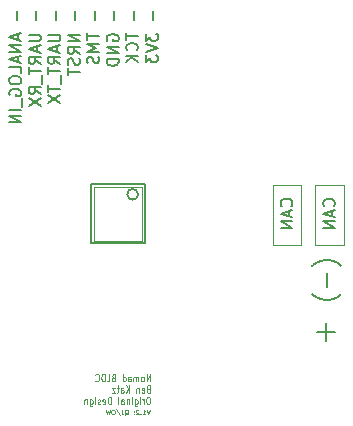
<source format=gbo>
G04 #@! TF.GenerationSoftware,KiCad,Pcbnew,(5.1.2-1)-1*
G04 #@! TF.CreationDate,2019-08-23T13:21:54-04:00*
G04 #@! TF.ProjectId,PCB_V1.2,5043425f-5631-42e3-922e-6b696361645f,rev?*
G04 #@! TF.SameCoordinates,Original*
G04 #@! TF.FileFunction,Legend,Bot*
G04 #@! TF.FilePolarity,Positive*
%FSLAX46Y46*%
G04 Gerber Fmt 4.6, Leading zero omitted, Abs format (unit mm)*
G04 Created by KiCad (PCBNEW (5.1.2-1)-1) date 2019-08-23 13:21:54*
%MOMM*%
%LPD*%
G04 APERTURE LIST*
%ADD10C,0.120000*%
%ADD11C,0.150000*%
%ADD12C,0.060000*%
%ADD13C,0.142240*%
%ADD14C,0.152400*%
%ADD15C,0.050800*%
G04 APERTURE END LIST*
D10*
X192200000Y-116400000D02*
X192200000Y-121400000D01*
X192200000Y-121400000D02*
X189800000Y-121400000D01*
X189800000Y-121400000D02*
X189800000Y-116400000D01*
X189800000Y-116400000D02*
X192200000Y-116400000D01*
D11*
X191357142Y-118157142D02*
X191404761Y-118109523D01*
X191452380Y-117966666D01*
X191452380Y-117871428D01*
X191404761Y-117728571D01*
X191309523Y-117633333D01*
X191214285Y-117585714D01*
X191023809Y-117538095D01*
X190880952Y-117538095D01*
X190690476Y-117585714D01*
X190595238Y-117633333D01*
X190500000Y-117728571D01*
X190452380Y-117871428D01*
X190452380Y-117966666D01*
X190500000Y-118109523D01*
X190547619Y-118157142D01*
X191166666Y-118538095D02*
X191166666Y-119014285D01*
X191452380Y-118442857D02*
X190452380Y-118776190D01*
X191452380Y-119109523D01*
X191452380Y-119442857D02*
X190452380Y-119442857D01*
X191452380Y-120014285D01*
X190452380Y-120014285D01*
X194957142Y-118157142D02*
X195004761Y-118109523D01*
X195052380Y-117966666D01*
X195052380Y-117871428D01*
X195004761Y-117728571D01*
X194909523Y-117633333D01*
X194814285Y-117585714D01*
X194623809Y-117538095D01*
X194480952Y-117538095D01*
X194290476Y-117585714D01*
X194195238Y-117633333D01*
X194100000Y-117728571D01*
X194052380Y-117871428D01*
X194052380Y-117966666D01*
X194100000Y-118109523D01*
X194147619Y-118157142D01*
X194766666Y-118538095D02*
X194766666Y-119014285D01*
X195052380Y-118442857D02*
X194052380Y-118776190D01*
X195052380Y-119109523D01*
X195052380Y-119442857D02*
X194052380Y-119442857D01*
X195052380Y-120014285D01*
X194052380Y-120014285D01*
D10*
X193400000Y-116400000D02*
X195800000Y-116400000D01*
X193400000Y-121400000D02*
X193400000Y-116400000D01*
X195800000Y-121400000D02*
X193400000Y-121400000D01*
X195800000Y-116400000D02*
X195800000Y-121400000D01*
D11*
X168096428Y-101635595D02*
X168096428Y-102397500D01*
X168191666Y-103587976D02*
X168191666Y-104064166D01*
X168477380Y-103492738D02*
X167477380Y-103826071D01*
X168477380Y-104159404D01*
X168477380Y-104492738D02*
X167477380Y-104492738D01*
X168477380Y-105064166D01*
X167477380Y-105064166D01*
X168191666Y-105492738D02*
X168191666Y-105968928D01*
X168477380Y-105397500D02*
X167477380Y-105730833D01*
X168477380Y-106064166D01*
X168477380Y-106873690D02*
X168477380Y-106397500D01*
X167477380Y-106397500D01*
X167477380Y-107397500D02*
X167477380Y-107587976D01*
X167525000Y-107683214D01*
X167620238Y-107778452D01*
X167810714Y-107826071D01*
X168144047Y-107826071D01*
X168334523Y-107778452D01*
X168429761Y-107683214D01*
X168477380Y-107587976D01*
X168477380Y-107397500D01*
X168429761Y-107302261D01*
X168334523Y-107207023D01*
X168144047Y-107159404D01*
X167810714Y-107159404D01*
X167620238Y-107207023D01*
X167525000Y-107302261D01*
X167477380Y-107397500D01*
X167525000Y-108778452D02*
X167477380Y-108683214D01*
X167477380Y-108540357D01*
X167525000Y-108397500D01*
X167620238Y-108302261D01*
X167715476Y-108254642D01*
X167905952Y-108207023D01*
X168048809Y-108207023D01*
X168239285Y-108254642D01*
X168334523Y-108302261D01*
X168429761Y-108397500D01*
X168477380Y-108540357D01*
X168477380Y-108635595D01*
X168429761Y-108778452D01*
X168382142Y-108826071D01*
X168048809Y-108826071D01*
X168048809Y-108635595D01*
X168572619Y-109016547D02*
X168572619Y-109778452D01*
X168477380Y-110016547D02*
X167477380Y-110016547D01*
X168477380Y-110492738D02*
X167477380Y-110492738D01*
X168477380Y-111064166D01*
X167477380Y-111064166D01*
X169746428Y-101635595D02*
X169746428Y-102397500D01*
X169127380Y-103635595D02*
X169936904Y-103635595D01*
X170032142Y-103683214D01*
X170079761Y-103730833D01*
X170127380Y-103826071D01*
X170127380Y-104016547D01*
X170079761Y-104111785D01*
X170032142Y-104159404D01*
X169936904Y-104207023D01*
X169127380Y-104207023D01*
X169841666Y-104635595D02*
X169841666Y-105111785D01*
X170127380Y-104540357D02*
X169127380Y-104873690D01*
X170127380Y-105207023D01*
X170127380Y-106111785D02*
X169651190Y-105778452D01*
X170127380Y-105540357D02*
X169127380Y-105540357D01*
X169127380Y-105921309D01*
X169175000Y-106016547D01*
X169222619Y-106064166D01*
X169317857Y-106111785D01*
X169460714Y-106111785D01*
X169555952Y-106064166D01*
X169603571Y-106016547D01*
X169651190Y-105921309D01*
X169651190Y-105540357D01*
X169127380Y-106397500D02*
X169127380Y-106968928D01*
X170127380Y-106683214D02*
X169127380Y-106683214D01*
X170222619Y-107064166D02*
X170222619Y-107826071D01*
X170127380Y-108635595D02*
X169651190Y-108302261D01*
X170127380Y-108064166D02*
X169127380Y-108064166D01*
X169127380Y-108445119D01*
X169175000Y-108540357D01*
X169222619Y-108587976D01*
X169317857Y-108635595D01*
X169460714Y-108635595D01*
X169555952Y-108587976D01*
X169603571Y-108540357D01*
X169651190Y-108445119D01*
X169651190Y-108064166D01*
X169127380Y-108968928D02*
X170127380Y-109635595D01*
X169127380Y-109635595D02*
X170127380Y-108968928D01*
X171396428Y-101635595D02*
X171396428Y-102397500D01*
X170777380Y-103635595D02*
X171586904Y-103635595D01*
X171682142Y-103683214D01*
X171729761Y-103730833D01*
X171777380Y-103826071D01*
X171777380Y-104016547D01*
X171729761Y-104111785D01*
X171682142Y-104159404D01*
X171586904Y-104207023D01*
X170777380Y-104207023D01*
X171491666Y-104635595D02*
X171491666Y-105111785D01*
X171777380Y-104540357D02*
X170777380Y-104873690D01*
X171777380Y-105207023D01*
X171777380Y-106111785D02*
X171301190Y-105778452D01*
X171777380Y-105540357D02*
X170777380Y-105540357D01*
X170777380Y-105921309D01*
X170825000Y-106016547D01*
X170872619Y-106064166D01*
X170967857Y-106111785D01*
X171110714Y-106111785D01*
X171205952Y-106064166D01*
X171253571Y-106016547D01*
X171301190Y-105921309D01*
X171301190Y-105540357D01*
X170777380Y-106397500D02*
X170777380Y-106968928D01*
X171777380Y-106683214D02*
X170777380Y-106683214D01*
X171872619Y-107064166D02*
X171872619Y-107826071D01*
X170777380Y-107921309D02*
X170777380Y-108492738D01*
X171777380Y-108207023D02*
X170777380Y-108207023D01*
X170777380Y-108730833D02*
X171777380Y-109397500D01*
X170777380Y-109397500D02*
X171777380Y-108730833D01*
X173046428Y-101635595D02*
X173046428Y-102397500D01*
X173427380Y-103635595D02*
X172427380Y-103635595D01*
X173427380Y-104207023D01*
X172427380Y-104207023D01*
X173427380Y-105254642D02*
X172951190Y-104921309D01*
X173427380Y-104683214D02*
X172427380Y-104683214D01*
X172427380Y-105064166D01*
X172475000Y-105159404D01*
X172522619Y-105207023D01*
X172617857Y-105254642D01*
X172760714Y-105254642D01*
X172855952Y-105207023D01*
X172903571Y-105159404D01*
X172951190Y-105064166D01*
X172951190Y-104683214D01*
X173379761Y-105635595D02*
X173427380Y-105778452D01*
X173427380Y-106016547D01*
X173379761Y-106111785D01*
X173332142Y-106159404D01*
X173236904Y-106207023D01*
X173141666Y-106207023D01*
X173046428Y-106159404D01*
X172998809Y-106111785D01*
X172951190Y-106016547D01*
X172903571Y-105826071D01*
X172855952Y-105730833D01*
X172808333Y-105683214D01*
X172713095Y-105635595D01*
X172617857Y-105635595D01*
X172522619Y-105683214D01*
X172475000Y-105730833D01*
X172427380Y-105826071D01*
X172427380Y-106064166D01*
X172475000Y-106207023D01*
X172427380Y-106492738D02*
X172427380Y-107064166D01*
X173427380Y-106778452D02*
X172427380Y-106778452D01*
X174696428Y-101635595D02*
X174696428Y-102397500D01*
X174077380Y-103492738D02*
X174077380Y-104064166D01*
X175077380Y-103778452D02*
X174077380Y-103778452D01*
X175077380Y-104397500D02*
X174077380Y-104397500D01*
X174791666Y-104730833D01*
X174077380Y-105064166D01*
X175077380Y-105064166D01*
X175029761Y-105492738D02*
X175077380Y-105635595D01*
X175077380Y-105873690D01*
X175029761Y-105968928D01*
X174982142Y-106016547D01*
X174886904Y-106064166D01*
X174791666Y-106064166D01*
X174696428Y-106016547D01*
X174648809Y-105968928D01*
X174601190Y-105873690D01*
X174553571Y-105683214D01*
X174505952Y-105587976D01*
X174458333Y-105540357D01*
X174363095Y-105492738D01*
X174267857Y-105492738D01*
X174172619Y-105540357D01*
X174125000Y-105587976D01*
X174077380Y-105683214D01*
X174077380Y-105921309D01*
X174125000Y-106064166D01*
X176346428Y-101635595D02*
X176346428Y-102397500D01*
X175775000Y-104159404D02*
X175727380Y-104064166D01*
X175727380Y-103921309D01*
X175775000Y-103778452D01*
X175870238Y-103683214D01*
X175965476Y-103635595D01*
X176155952Y-103587976D01*
X176298809Y-103587976D01*
X176489285Y-103635595D01*
X176584523Y-103683214D01*
X176679761Y-103778452D01*
X176727380Y-103921309D01*
X176727380Y-104016547D01*
X176679761Y-104159404D01*
X176632142Y-104207023D01*
X176298809Y-104207023D01*
X176298809Y-104016547D01*
X176727380Y-104635595D02*
X175727380Y-104635595D01*
X176727380Y-105207023D01*
X175727380Y-105207023D01*
X176727380Y-105683214D02*
X175727380Y-105683214D01*
X175727380Y-105921309D01*
X175775000Y-106064166D01*
X175870238Y-106159404D01*
X175965476Y-106207023D01*
X176155952Y-106254642D01*
X176298809Y-106254642D01*
X176489285Y-106207023D01*
X176584523Y-106159404D01*
X176679761Y-106064166D01*
X176727380Y-105921309D01*
X176727380Y-105683214D01*
X177996428Y-101635595D02*
X177996428Y-102397500D01*
X177377380Y-103492738D02*
X177377380Y-104064166D01*
X178377380Y-103778452D02*
X177377380Y-103778452D01*
X178282142Y-104968928D02*
X178329761Y-104921309D01*
X178377380Y-104778452D01*
X178377380Y-104683214D01*
X178329761Y-104540357D01*
X178234523Y-104445119D01*
X178139285Y-104397500D01*
X177948809Y-104349880D01*
X177805952Y-104349880D01*
X177615476Y-104397500D01*
X177520238Y-104445119D01*
X177425000Y-104540357D01*
X177377380Y-104683214D01*
X177377380Y-104778452D01*
X177425000Y-104921309D01*
X177472619Y-104968928D01*
X178377380Y-105397500D02*
X177377380Y-105397500D01*
X178377380Y-105968928D02*
X177805952Y-105540357D01*
X177377380Y-105968928D02*
X177948809Y-105397500D01*
X179646428Y-101635595D02*
X179646428Y-102397500D01*
X179027380Y-103540357D02*
X179027380Y-104159404D01*
X179408333Y-103826071D01*
X179408333Y-103968928D01*
X179455952Y-104064166D01*
X179503571Y-104111785D01*
X179598809Y-104159404D01*
X179836904Y-104159404D01*
X179932142Y-104111785D01*
X179979761Y-104064166D01*
X180027380Y-103968928D01*
X180027380Y-103683214D01*
X179979761Y-103587976D01*
X179932142Y-103540357D01*
X179027380Y-104445119D02*
X180027380Y-104778452D01*
X179027380Y-105111785D01*
X179027380Y-105349880D02*
X179027380Y-105968928D01*
X179408333Y-105635595D01*
X179408333Y-105778452D01*
X179455952Y-105873690D01*
X179503571Y-105921309D01*
X179598809Y-105968928D01*
X179836904Y-105968928D01*
X179932142Y-105921309D01*
X179979761Y-105873690D01*
X180027380Y-105778452D01*
X180027380Y-105492738D01*
X179979761Y-105397500D01*
X179932142Y-105349880D01*
D12*
X179387666Y-132976428D02*
X179387666Y-132376428D01*
X179101952Y-132976428D01*
X179101952Y-132376428D01*
X178792428Y-132976428D02*
X178840047Y-132947857D01*
X178863856Y-132919285D01*
X178887666Y-132862142D01*
X178887666Y-132690714D01*
X178863856Y-132633571D01*
X178840047Y-132605000D01*
X178792428Y-132576428D01*
X178720999Y-132576428D01*
X178673380Y-132605000D01*
X178649571Y-132633571D01*
X178625761Y-132690714D01*
X178625761Y-132862142D01*
X178649571Y-132919285D01*
X178673380Y-132947857D01*
X178720999Y-132976428D01*
X178792428Y-132976428D01*
X178411475Y-132976428D02*
X178411475Y-132576428D01*
X178411475Y-132633571D02*
X178387666Y-132605000D01*
X178340047Y-132576428D01*
X178268618Y-132576428D01*
X178220999Y-132605000D01*
X178197190Y-132662142D01*
X178197190Y-132976428D01*
X178197190Y-132662142D02*
X178173380Y-132605000D01*
X178125761Y-132576428D01*
X178054333Y-132576428D01*
X178006714Y-132605000D01*
X177982904Y-132662142D01*
X177982904Y-132976428D01*
X177530523Y-132976428D02*
X177530523Y-132662142D01*
X177554333Y-132605000D01*
X177601952Y-132576428D01*
X177697190Y-132576428D01*
X177744809Y-132605000D01*
X177530523Y-132947857D02*
X177578142Y-132976428D01*
X177697190Y-132976428D01*
X177744809Y-132947857D01*
X177768618Y-132890714D01*
X177768618Y-132833571D01*
X177744809Y-132776428D01*
X177697190Y-132747857D01*
X177578142Y-132747857D01*
X177530523Y-132719285D01*
X177078142Y-132976428D02*
X177078142Y-132376428D01*
X177078142Y-132947857D02*
X177125761Y-132976428D01*
X177220999Y-132976428D01*
X177268618Y-132947857D01*
X177292428Y-132919285D01*
X177316237Y-132862142D01*
X177316237Y-132690714D01*
X177292428Y-132633571D01*
X177268618Y-132605000D01*
X177220999Y-132576428D01*
X177125761Y-132576428D01*
X177078142Y-132605000D01*
X176292428Y-132662142D02*
X176220999Y-132690714D01*
X176197190Y-132719285D01*
X176173380Y-132776428D01*
X176173380Y-132862142D01*
X176197190Y-132919285D01*
X176220999Y-132947857D01*
X176268618Y-132976428D01*
X176459094Y-132976428D01*
X176459094Y-132376428D01*
X176292428Y-132376428D01*
X176244809Y-132405000D01*
X176220999Y-132433571D01*
X176197190Y-132490714D01*
X176197190Y-132547857D01*
X176220999Y-132605000D01*
X176244809Y-132633571D01*
X176292428Y-132662142D01*
X176459094Y-132662142D01*
X175720999Y-132976428D02*
X175959094Y-132976428D01*
X175959094Y-132376428D01*
X175554333Y-132976428D02*
X175554333Y-132376428D01*
X175435285Y-132376428D01*
X175363856Y-132405000D01*
X175316237Y-132462142D01*
X175292428Y-132519285D01*
X175268618Y-132633571D01*
X175268618Y-132719285D01*
X175292428Y-132833571D01*
X175316237Y-132890714D01*
X175363856Y-132947857D01*
X175435285Y-132976428D01*
X175554333Y-132976428D01*
X174768618Y-132919285D02*
X174792428Y-132947857D01*
X174863856Y-132976428D01*
X174911475Y-132976428D01*
X174982904Y-132947857D01*
X175030523Y-132890714D01*
X175054333Y-132833571D01*
X175078142Y-132719285D01*
X175078142Y-132633571D01*
X175054333Y-132519285D01*
X175030523Y-132462142D01*
X174982904Y-132405000D01*
X174911475Y-132376428D01*
X174863856Y-132376428D01*
X174792428Y-132405000D01*
X174768618Y-132433571D01*
X179220999Y-133622142D02*
X179149571Y-133650714D01*
X179125761Y-133679285D01*
X179101952Y-133736428D01*
X179101952Y-133822142D01*
X179125761Y-133879285D01*
X179149571Y-133907857D01*
X179197190Y-133936428D01*
X179387666Y-133936428D01*
X179387666Y-133336428D01*
X179220999Y-133336428D01*
X179173380Y-133365000D01*
X179149571Y-133393571D01*
X179125761Y-133450714D01*
X179125761Y-133507857D01*
X179149571Y-133565000D01*
X179173380Y-133593571D01*
X179220999Y-133622142D01*
X179387666Y-133622142D01*
X178697190Y-133907857D02*
X178744809Y-133936428D01*
X178840047Y-133936428D01*
X178887666Y-133907857D01*
X178911475Y-133850714D01*
X178911475Y-133622142D01*
X178887666Y-133565000D01*
X178840047Y-133536428D01*
X178744809Y-133536428D01*
X178697190Y-133565000D01*
X178673380Y-133622142D01*
X178673380Y-133679285D01*
X178911475Y-133736428D01*
X178459094Y-133536428D02*
X178459094Y-133936428D01*
X178459094Y-133593571D02*
X178435285Y-133565000D01*
X178387666Y-133536428D01*
X178316237Y-133536428D01*
X178268618Y-133565000D01*
X178244809Y-133622142D01*
X178244809Y-133936428D01*
X177625761Y-133936428D02*
X177625761Y-133336428D01*
X177340047Y-133936428D02*
X177554333Y-133593571D01*
X177340047Y-133336428D02*
X177625761Y-133679285D01*
X176911475Y-133936428D02*
X176911475Y-133622142D01*
X176935285Y-133565000D01*
X176982904Y-133536428D01*
X177078142Y-133536428D01*
X177125761Y-133565000D01*
X176911475Y-133907857D02*
X176959094Y-133936428D01*
X177078142Y-133936428D01*
X177125761Y-133907857D01*
X177149571Y-133850714D01*
X177149571Y-133793571D01*
X177125761Y-133736428D01*
X177078142Y-133707857D01*
X176959094Y-133707857D01*
X176911475Y-133679285D01*
X176744809Y-133536428D02*
X176554333Y-133536428D01*
X176673380Y-133336428D02*
X176673380Y-133850714D01*
X176649571Y-133907857D01*
X176601952Y-133936428D01*
X176554333Y-133936428D01*
X176435285Y-133536428D02*
X176173380Y-133536428D01*
X176435285Y-133936428D01*
X176173380Y-133936428D01*
X179292428Y-134296428D02*
X179197190Y-134296428D01*
X179149571Y-134325000D01*
X179101952Y-134382142D01*
X179078142Y-134496428D01*
X179078142Y-134696428D01*
X179101952Y-134810714D01*
X179149571Y-134867857D01*
X179197190Y-134896428D01*
X179292428Y-134896428D01*
X179340047Y-134867857D01*
X179387666Y-134810714D01*
X179411475Y-134696428D01*
X179411475Y-134496428D01*
X179387666Y-134382142D01*
X179340047Y-134325000D01*
X179292428Y-134296428D01*
X178863856Y-134896428D02*
X178863856Y-134496428D01*
X178863856Y-134610714D02*
X178840047Y-134553571D01*
X178816237Y-134525000D01*
X178768618Y-134496428D01*
X178720999Y-134496428D01*
X178554333Y-134896428D02*
X178554333Y-134496428D01*
X178554333Y-134296428D02*
X178578142Y-134325000D01*
X178554333Y-134353571D01*
X178530523Y-134325000D01*
X178554333Y-134296428D01*
X178554333Y-134353571D01*
X178101952Y-134496428D02*
X178101952Y-134982142D01*
X178125761Y-135039285D01*
X178149571Y-135067857D01*
X178197190Y-135096428D01*
X178268618Y-135096428D01*
X178316237Y-135067857D01*
X178101952Y-134867857D02*
X178149571Y-134896428D01*
X178244809Y-134896428D01*
X178292428Y-134867857D01*
X178316237Y-134839285D01*
X178340047Y-134782142D01*
X178340047Y-134610714D01*
X178316237Y-134553571D01*
X178292428Y-134525000D01*
X178244809Y-134496428D01*
X178149571Y-134496428D01*
X178101952Y-134525000D01*
X177863856Y-134896428D02*
X177863856Y-134496428D01*
X177863856Y-134296428D02*
X177887666Y-134325000D01*
X177863856Y-134353571D01*
X177840047Y-134325000D01*
X177863856Y-134296428D01*
X177863856Y-134353571D01*
X177625761Y-134496428D02*
X177625761Y-134896428D01*
X177625761Y-134553571D02*
X177601952Y-134525000D01*
X177554333Y-134496428D01*
X177482904Y-134496428D01*
X177435285Y-134525000D01*
X177411475Y-134582142D01*
X177411475Y-134896428D01*
X176959094Y-134896428D02*
X176959094Y-134582142D01*
X176982904Y-134525000D01*
X177030523Y-134496428D01*
X177125761Y-134496428D01*
X177173380Y-134525000D01*
X176959094Y-134867857D02*
X177006714Y-134896428D01*
X177125761Y-134896428D01*
X177173380Y-134867857D01*
X177197190Y-134810714D01*
X177197190Y-134753571D01*
X177173380Y-134696428D01*
X177125761Y-134667857D01*
X177006714Y-134667857D01*
X176959094Y-134639285D01*
X176649571Y-134896428D02*
X176697190Y-134867857D01*
X176720999Y-134810714D01*
X176720999Y-134296428D01*
X176078142Y-134896428D02*
X176078142Y-134296428D01*
X175959094Y-134296428D01*
X175887666Y-134325000D01*
X175840047Y-134382142D01*
X175816237Y-134439285D01*
X175792428Y-134553571D01*
X175792428Y-134639285D01*
X175816237Y-134753571D01*
X175840047Y-134810714D01*
X175887666Y-134867857D01*
X175959094Y-134896428D01*
X176078142Y-134896428D01*
X175387666Y-134867857D02*
X175435285Y-134896428D01*
X175530523Y-134896428D01*
X175578142Y-134867857D01*
X175601952Y-134810714D01*
X175601952Y-134582142D01*
X175578142Y-134525000D01*
X175530523Y-134496428D01*
X175435285Y-134496428D01*
X175387666Y-134525000D01*
X175363856Y-134582142D01*
X175363856Y-134639285D01*
X175601952Y-134696428D01*
X175173380Y-134867857D02*
X175125761Y-134896428D01*
X175030523Y-134896428D01*
X174982904Y-134867857D01*
X174959094Y-134810714D01*
X174959094Y-134782142D01*
X174982904Y-134725000D01*
X175030523Y-134696428D01*
X175101952Y-134696428D01*
X175149571Y-134667857D01*
X175173380Y-134610714D01*
X175173380Y-134582142D01*
X175149571Y-134525000D01*
X175101952Y-134496428D01*
X175030523Y-134496428D01*
X174982904Y-134525000D01*
X174744809Y-134896428D02*
X174744809Y-134496428D01*
X174744809Y-134296428D02*
X174768618Y-134325000D01*
X174744809Y-134353571D01*
X174720999Y-134325000D01*
X174744809Y-134296428D01*
X174744809Y-134353571D01*
X174292428Y-134496428D02*
X174292428Y-134982142D01*
X174316237Y-135039285D01*
X174340047Y-135067857D01*
X174387666Y-135096428D01*
X174459094Y-135096428D01*
X174506714Y-135067857D01*
X174292428Y-134867857D02*
X174340047Y-134896428D01*
X174435285Y-134896428D01*
X174482904Y-134867857D01*
X174506714Y-134839285D01*
X174530523Y-134782142D01*
X174530523Y-134610714D01*
X174506714Y-134553571D01*
X174482904Y-134525000D01*
X174435285Y-134496428D01*
X174340047Y-134496428D01*
X174292428Y-134525000D01*
X174054333Y-134496428D02*
X174054333Y-134896428D01*
X174054333Y-134553571D02*
X174030523Y-134525000D01*
X173982904Y-134496428D01*
X173911475Y-134496428D01*
X173863856Y-134525000D01*
X173840047Y-134582142D01*
X173840047Y-134896428D01*
X179366666Y-135380952D02*
X179233333Y-135780952D01*
X179100000Y-135380952D01*
X178757142Y-135780952D02*
X178985714Y-135780952D01*
X178871428Y-135780952D02*
X178871428Y-135380952D01*
X178909523Y-135438095D01*
X178947619Y-135476190D01*
X178985714Y-135495238D01*
X178585714Y-135742857D02*
X178566666Y-135761904D01*
X178585714Y-135780952D01*
X178604761Y-135761904D01*
X178585714Y-135742857D01*
X178585714Y-135780952D01*
X178414285Y-135419047D02*
X178395238Y-135400000D01*
X178357142Y-135380952D01*
X178261904Y-135380952D01*
X178223809Y-135400000D01*
X178204761Y-135419047D01*
X178185714Y-135457142D01*
X178185714Y-135495238D01*
X178204761Y-135552380D01*
X178433333Y-135780952D01*
X178185714Y-135780952D01*
X178014285Y-135742857D02*
X177995238Y-135761904D01*
X178014285Y-135780952D01*
X178033333Y-135761904D01*
X178014285Y-135742857D01*
X178014285Y-135780952D01*
X178014285Y-135533333D02*
X177995238Y-135552380D01*
X178014285Y-135571428D01*
X178033333Y-135552380D01*
X178014285Y-135533333D01*
X178014285Y-135571428D01*
X177252380Y-135819047D02*
X177290476Y-135800000D01*
X177328571Y-135761904D01*
X177385714Y-135704761D01*
X177423809Y-135685714D01*
X177461904Y-135685714D01*
X177442857Y-135780952D02*
X177480952Y-135761904D01*
X177519047Y-135723809D01*
X177538095Y-135647619D01*
X177538095Y-135514285D01*
X177519047Y-135438095D01*
X177480952Y-135400000D01*
X177442857Y-135380952D01*
X177366666Y-135380952D01*
X177328571Y-135400000D01*
X177290476Y-135438095D01*
X177271428Y-135514285D01*
X177271428Y-135647619D01*
X177290476Y-135723809D01*
X177328571Y-135761904D01*
X177366666Y-135780952D01*
X177442857Y-135780952D01*
X176985714Y-135380952D02*
X176985714Y-135666666D01*
X177004761Y-135723809D01*
X177042857Y-135761904D01*
X177100000Y-135780952D01*
X177138095Y-135780952D01*
X176509523Y-135361904D02*
X176852380Y-135876190D01*
X176300000Y-135380952D02*
X176223809Y-135380952D01*
X176185714Y-135400000D01*
X176147619Y-135438095D01*
X176128571Y-135514285D01*
X176128571Y-135647619D01*
X176147619Y-135723809D01*
X176185714Y-135761904D01*
X176223809Y-135780952D01*
X176300000Y-135780952D01*
X176338095Y-135761904D01*
X176376190Y-135723809D01*
X176395238Y-135647619D01*
X176395238Y-135514285D01*
X176376190Y-135438095D01*
X176338095Y-135400000D01*
X176300000Y-135380952D01*
X175995238Y-135380952D02*
X175900000Y-135780952D01*
X175823809Y-135495238D01*
X175747619Y-135780952D01*
X175652380Y-135380952D01*
D13*
X194292857Y-129581353D02*
X194292857Y-128057544D01*
X195054761Y-128819448D02*
X193530952Y-128819448D01*
X195583333Y-125619448D02*
X195507142Y-125695639D01*
X195278571Y-125848020D01*
X195126190Y-125924210D01*
X194897619Y-126000401D01*
X194516666Y-126076591D01*
X194211904Y-126076591D01*
X193830952Y-126000401D01*
X193602380Y-125924210D01*
X193450000Y-125848020D01*
X193221428Y-125695639D01*
X193145238Y-125619448D01*
X194364285Y-125009924D02*
X194364285Y-123790877D01*
X195583333Y-123181353D02*
X195507142Y-123105163D01*
X195278571Y-122952782D01*
X195126190Y-122876591D01*
X194897619Y-122800401D01*
X194516666Y-122724210D01*
X194211904Y-122724210D01*
X193830952Y-122800401D01*
X193602380Y-122876591D01*
X193450000Y-122952782D01*
X193221428Y-123105163D01*
X193145238Y-123181353D01*
D14*
X178376400Y-117153000D02*
G75*
G03X178376400Y-117153000I-457200J0D01*
G01*
D15*
X178754200Y-116492600D02*
X174645800Y-116492600D01*
X174645800Y-121064600D02*
X174645800Y-116492600D01*
X174645800Y-121064600D02*
X178754200Y-121064600D01*
X178754200Y-116492600D02*
X178754200Y-121064600D01*
D14*
X178982800Y-116264000D02*
X174417200Y-116264000D01*
X174417200Y-121293200D02*
X174417200Y-116264000D01*
X174417200Y-121293200D02*
X178982800Y-121293200D01*
X178982800Y-116264000D02*
X178982800Y-121293200D01*
M02*

</source>
